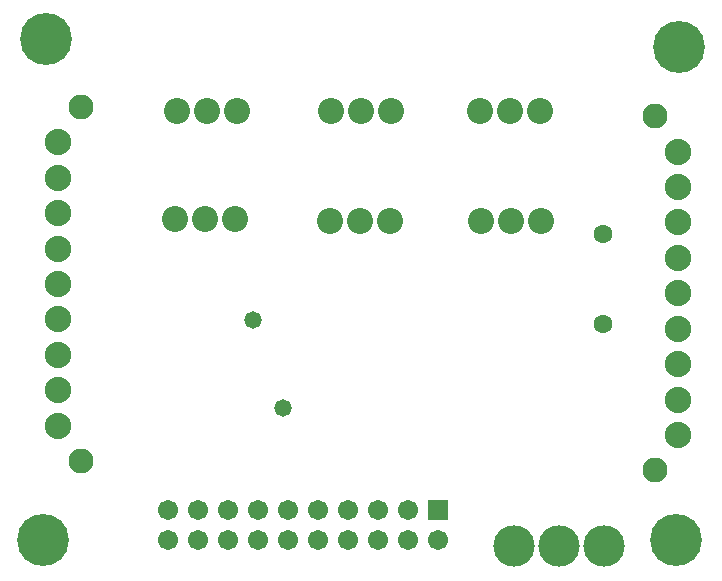
<source format=gbs>
G04*
G04 #@! TF.GenerationSoftware,Altium Limited,Altium Designer,19.1.5 (86)*
G04*
G04 Layer_Color=16711935*
%FSLAX25Y25*%
%MOIN*%
G70*
G01*
G75*
%ADD28C,0.08674*%
%ADD29C,0.13800*%
%ADD30C,0.17300*%
%ADD31C,0.06706*%
%ADD32R,0.06706X0.06706*%
%ADD33C,0.06312*%
%ADD34C,0.08300*%
%ADD35C,0.08800*%
%ADD36C,0.05800*%
D28*
X107000Y155500D02*
D03*
X127000D02*
D03*
X117000D02*
D03*
X166500D02*
D03*
X176500D02*
D03*
X156500D02*
D03*
X116500Y119000D02*
D03*
X126500D02*
D03*
X106500D02*
D03*
X65500Y155500D02*
D03*
X75500D02*
D03*
X55500D02*
D03*
X167000Y119000D02*
D03*
X177000D02*
D03*
X157000D02*
D03*
X65000Y119500D02*
D03*
X75000D02*
D03*
X55000D02*
D03*
D29*
X168000Y10500D02*
D03*
X198000D02*
D03*
X183000D02*
D03*
D30*
X222000Y12500D02*
D03*
X11000D02*
D03*
X223000Y177000D02*
D03*
X12000Y179500D02*
D03*
D31*
X52500Y12500D02*
D03*
X62500D02*
D03*
X72500D02*
D03*
X82500D02*
D03*
X92500D02*
D03*
X102500D02*
D03*
X112500D02*
D03*
X122500D02*
D03*
X132500D02*
D03*
X142500D02*
D03*
X52500Y22500D02*
D03*
X62500D02*
D03*
X72500D02*
D03*
X82500D02*
D03*
X92500D02*
D03*
X102500D02*
D03*
X112500D02*
D03*
X122500D02*
D03*
X132500D02*
D03*
D32*
X142500D02*
D03*
D33*
X197500Y114500D02*
D03*
Y84500D02*
D03*
D34*
X214783Y35823D02*
D03*
Y153933D02*
D03*
X23717Y157055D02*
D03*
Y38945D02*
D03*
D35*
X222500Y142122D02*
D03*
Y130311D02*
D03*
Y118500D02*
D03*
Y106689D02*
D03*
Y94878D02*
D03*
Y83067D02*
D03*
Y71256D02*
D03*
Y59445D02*
D03*
Y47634D02*
D03*
X16000Y50756D02*
D03*
Y62567D02*
D03*
Y74378D02*
D03*
Y86189D02*
D03*
Y98000D02*
D03*
Y109811D02*
D03*
Y121622D02*
D03*
Y133433D02*
D03*
Y145244D02*
D03*
D36*
X91000Y56500D02*
D03*
X81000Y86000D02*
D03*
M02*

</source>
